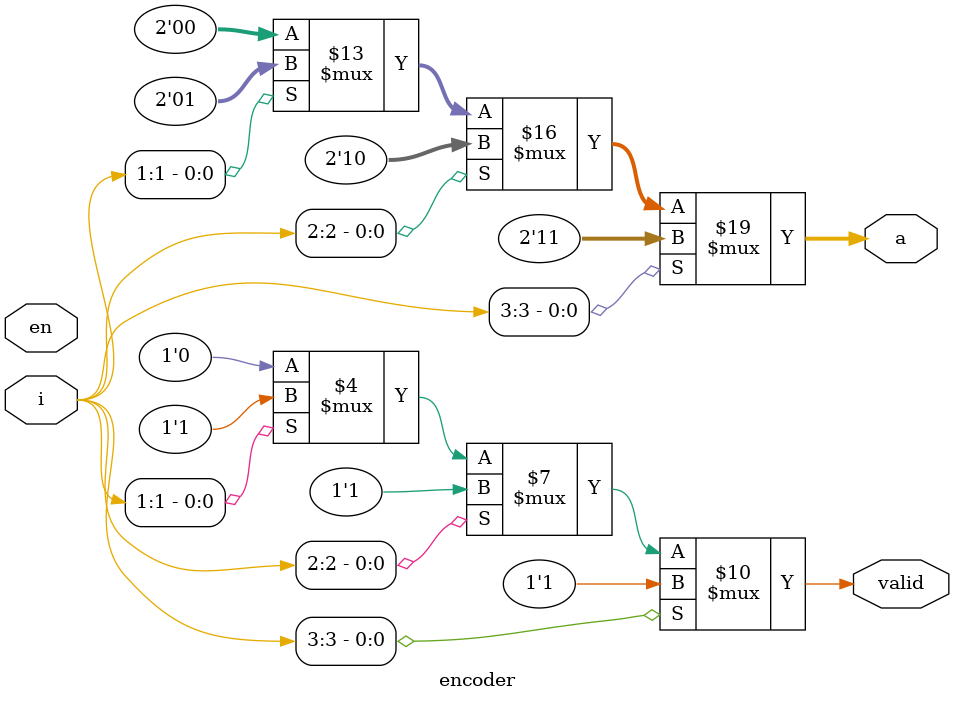
<source format=v>
`timescale 1ns / 1ps
module encoder(i, en, a, valid); 

  input [3:0] i;
  input en;
  output reg [1:0] a;
  output reg valid;
  
  always @(i or en)
  begin  
    if (!en)
	 begin
	   a     <= 0;
		valid <= 0;
	 end
    if (i[3]) 
	 begin
      a     <= 2'b11; 
		valid <= 1;
	 end
	 else if (i[2])
	 begin
      a     <= 2'b10;
      valid <= 1;		
    end
    else if (i[1]) 
	 begin
      a     <= 2'b01;
	   valid <= 1;	
	 end
    else 
	 begin
      a     <= 2'b00;
      valid <= 0;	
    end		
  end
  
endmodule

</source>
